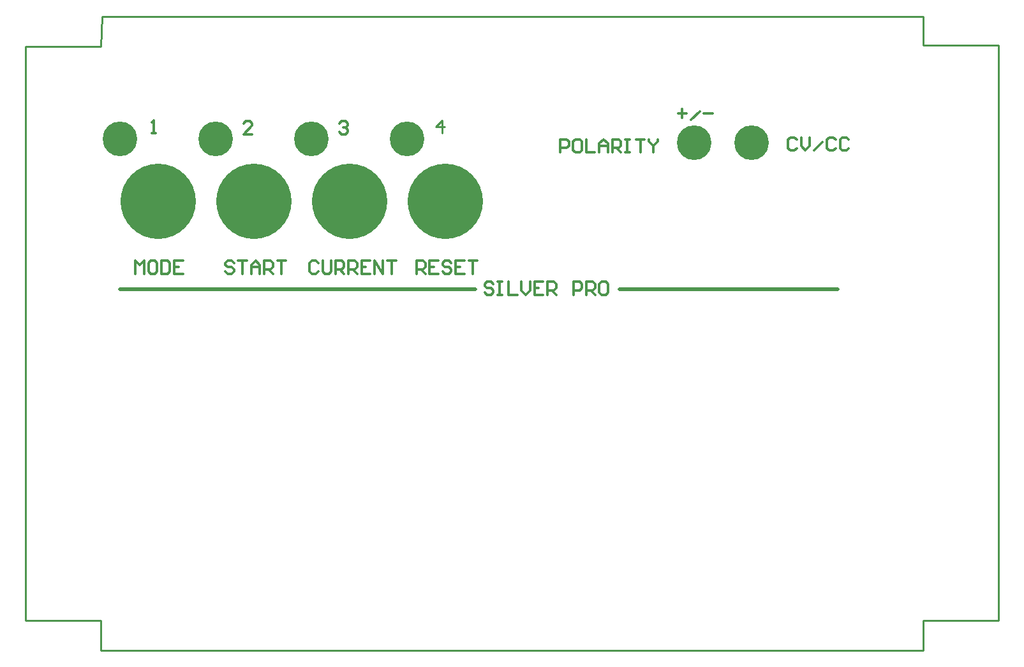
<source format=gtl>
%FSLAX42Y42*%
%MOMM*%
G71*
G01*
G75*
G04 Layer_Physical_Order=1*
%ADD10C,10.00*%
%ADD11C,4.60*%
%ADD12C,0.55*%
%ADD13C,0.35*%
%ADD14C,0.23*%
%ADD15C,0.25*%
D10*
X8890Y9436D02*
D03*
X7620D02*
D03*
X6350D02*
D03*
X5080D02*
D03*
D11*
X4572Y10262D02*
D03*
X5842D02*
D03*
X7112D02*
D03*
X8382D02*
D03*
X12954Y10211D02*
D03*
X12192D02*
D03*
D12*
X11201Y8268D02*
X14097D01*
X4572D02*
X9284D01*
D13*
X9526Y8335D02*
X9497Y8364D01*
X9439D01*
X9411Y8335D01*
Y8306D01*
X9439Y8278D01*
X9497D01*
X9526Y8249D01*
Y8220D01*
X9497Y8192D01*
X9439D01*
X9411Y8220D01*
X9583Y8364D02*
X9640D01*
X9612D01*
Y8192D01*
X9583D01*
X9640D01*
X9727Y8364D02*
Y8192D01*
X9842D01*
X9899Y8364D02*
Y8249D01*
X9956Y8192D01*
X10014Y8249D01*
Y8364D01*
X10186D02*
X10071D01*
Y8192D01*
X10186D01*
X10071Y8278D02*
X10129D01*
X10244Y8192D02*
Y8364D01*
X10330D01*
X10359Y8335D01*
Y8278D01*
X10330Y8249D01*
X10244D01*
X10301D02*
X10359Y8192D01*
X10588D02*
Y8364D01*
X10675D01*
X10703Y8335D01*
Y8278D01*
X10675Y8249D01*
X10588D01*
X10761Y8192D02*
Y8364D01*
X10847D01*
X10876Y8335D01*
Y8278D01*
X10847Y8249D01*
X10761D01*
X10818D02*
X10876Y8192D01*
X11019Y8364D02*
X10962D01*
X10933Y8335D01*
Y8220D01*
X10962Y8192D01*
X11019D01*
X11048Y8220D01*
Y8335D01*
X11019Y8364D01*
X8509Y8471D02*
Y8643D01*
X8595D01*
X8624Y8615D01*
Y8557D01*
X8595Y8528D01*
X8509D01*
X8566D02*
X8624Y8471D01*
X8796Y8643D02*
X8681D01*
Y8471D01*
X8796D01*
X8681Y8557D02*
X8739D01*
X8969Y8615D02*
X8940Y8643D01*
X8882D01*
X8854Y8615D01*
Y8586D01*
X8882Y8557D01*
X8940D01*
X8969Y8528D01*
Y8500D01*
X8940Y8471D01*
X8882D01*
X8854Y8500D01*
X9141Y8643D02*
X9026D01*
Y8471D01*
X9141D01*
X9026Y8557D02*
X9083D01*
X9198Y8643D02*
X9313D01*
X9256D01*
Y8471D01*
X7201Y8615D02*
X7173Y8643D01*
X7115D01*
X7087Y8615D01*
Y8500D01*
X7115Y8471D01*
X7173D01*
X7201Y8500D01*
X7259Y8643D02*
Y8500D01*
X7288Y8471D01*
X7345D01*
X7374Y8500D01*
Y8643D01*
X7431Y8471D02*
Y8643D01*
X7517D01*
X7546Y8615D01*
Y8557D01*
X7517Y8528D01*
X7431D01*
X7489D02*
X7546Y8471D01*
X7604D02*
Y8643D01*
X7690D01*
X7719Y8615D01*
Y8557D01*
X7690Y8528D01*
X7604D01*
X7661D02*
X7719Y8471D01*
X7891Y8643D02*
X7776D01*
Y8471D01*
X7891D01*
X7776Y8557D02*
X7833D01*
X7948Y8471D02*
Y8643D01*
X8063Y8471D01*
Y8643D01*
X8121D02*
X8236D01*
X8178D01*
Y8471D01*
X6084Y8615D02*
X6055Y8643D01*
X5998D01*
X5969Y8615D01*
Y8586D01*
X5998Y8557D01*
X6055D01*
X6084Y8528D01*
Y8500D01*
X6055Y8471D01*
X5998D01*
X5969Y8500D01*
X6141Y8643D02*
X6256D01*
X6199D01*
Y8471D01*
X6314D02*
Y8586D01*
X6371Y8643D01*
X6429Y8586D01*
Y8471D01*
Y8557D01*
X6314D01*
X6486Y8471D02*
Y8643D01*
X6572D01*
X6601Y8615D01*
Y8557D01*
X6572Y8528D01*
X6486D01*
X6543D02*
X6601Y8471D01*
X6658Y8643D02*
X6773D01*
X6716D01*
Y8471D01*
X4775D02*
Y8643D01*
X4833Y8586D01*
X4890Y8643D01*
Y8471D01*
X5034Y8643D02*
X4976D01*
X4948Y8615D01*
Y8500D01*
X4976Y8471D01*
X5034D01*
X5062Y8500D01*
Y8615D01*
X5034Y8643D01*
X5120D02*
Y8471D01*
X5206D01*
X5235Y8500D01*
Y8615D01*
X5206Y8643D01*
X5120D01*
X5407D02*
X5292D01*
Y8471D01*
X5407D01*
X5292Y8557D02*
X5350D01*
X7480Y10469D02*
X7509Y10497D01*
X7566D01*
X7595Y10469D01*
Y10440D01*
X7566Y10411D01*
X7538D01*
X7566D01*
X7595Y10383D01*
Y10354D01*
X7566Y10325D01*
X7509D01*
X7480Y10354D01*
X6325Y10325D02*
X6210D01*
X6325Y10440D01*
Y10469D01*
X6296Y10497D01*
X6239D01*
X6210Y10469D01*
X4991Y10338D02*
X5049D01*
X5020D01*
Y10510D01*
X4991Y10481D01*
X13551Y10253D02*
X13523Y10282D01*
X13465D01*
X13437Y10253D01*
Y10138D01*
X13465Y10109D01*
X13523D01*
X13551Y10138D01*
X13609Y10282D02*
Y10167D01*
X13666Y10109D01*
X13724Y10167D01*
Y10282D01*
X13781Y10109D02*
X13896Y10224D01*
X14069Y10253D02*
X14040Y10282D01*
X13982D01*
X13954Y10253D01*
Y10138D01*
X13982Y10109D01*
X14040D01*
X14069Y10138D01*
X14241Y10253D02*
X14212Y10282D01*
X14155D01*
X14126Y10253D01*
Y10138D01*
X14155Y10109D01*
X14212D01*
X14241Y10138D01*
X11976Y10602D02*
X12091D01*
X12034Y10659D02*
Y10544D01*
X12148Y10516D02*
X12263Y10630D01*
X12321Y10602D02*
X12436D01*
X10414Y10084D02*
Y10256D01*
X10500D01*
X10529Y10227D01*
Y10170D01*
X10500Y10141D01*
X10414D01*
X10673Y10256D02*
X10615D01*
X10586Y10227D01*
Y10113D01*
X10615Y10084D01*
X10673D01*
X10701Y10113D01*
Y10227D01*
X10673Y10256D01*
X10759D02*
Y10084D01*
X10874D01*
X10931D02*
Y10199D01*
X10988Y10256D01*
X11046Y10199D01*
Y10084D01*
Y10170D01*
X10931D01*
X11103Y10084D02*
Y10256D01*
X11190D01*
X11218Y10227D01*
Y10170D01*
X11190Y10141D01*
X11103D01*
X11161D02*
X11218Y10084D01*
X11276Y10256D02*
X11333D01*
X11304D01*
Y10084D01*
X11276D01*
X11333D01*
X11419Y10256D02*
X11534D01*
X11477D01*
Y10084D01*
X11592Y10256D02*
Y10227D01*
X11649Y10170D01*
X11707Y10227D01*
Y10256D01*
X11649Y10170D02*
Y10084D01*
D14*
X8849Y10338D02*
Y10510D01*
X8763Y10424D01*
X8878D01*
D15*
X16231Y3861D02*
Y11506D01*
X15227Y3861D02*
X16231D01*
X15227Y3467D02*
Y3861D01*
Y11506D02*
X16231D01*
X15227D02*
Y11887D01*
X4331D02*
X15227D01*
X4318Y11493D02*
X4331Y11887D01*
X3315Y11493D02*
X4318D01*
X3315Y3861D02*
Y11493D01*
X4318Y3467D02*
Y3861D01*
X3315D02*
X4318D01*
Y3467D02*
X15227D01*
M02*

</source>
